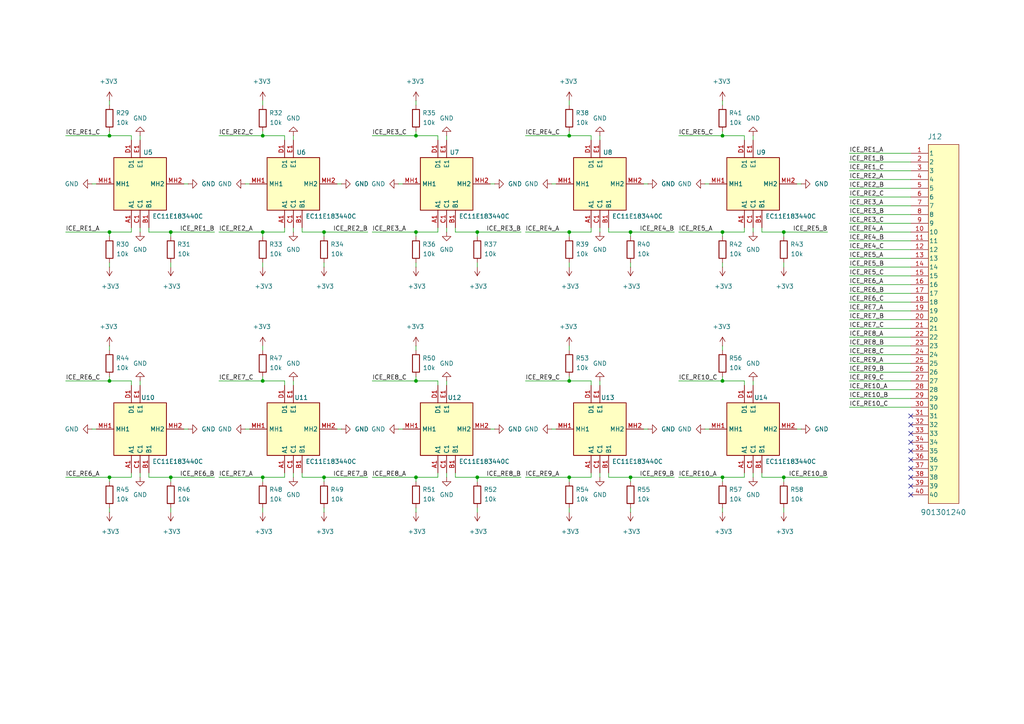
<source format=kicad_sch>
(kicad_sch (version 20250114) (generator "eeschema") (generator_version "9.0")
  (paper "A4")
  (junction (at 165.1 138.43))
  (junction (at 49.53 138.43))
  (junction (at 120.65 138.43))
  (junction (at 93.98 67.31))
  (junction (at 182.88 138.43))
  (junction (at 209.55 67.31))
  (junction (at 120.65 39.37))
  (junction (at 165.1 67.31))
  (junction (at 120.65 67.31))
  (junction (at 138.43 138.43))
  (junction (at 227.33 67.31))
  (junction (at 76.2 39.37))
  (junction (at 165.1 39.37))
  (junction (at 182.88 67.31))
  (junction (at 76.2 110.49))
  (junction (at 76.2 67.31))
  (junction (at 49.53 67.31))
  (junction (at 31.75 67.31))
  (junction (at 227.33 138.43))
  (junction (at 209.55 138.43))
  (junction (at 31.75 110.49))
  (junction (at 138.43 67.31))
  (junction (at 31.75 39.37))
  (junction (at 31.75 138.43))
  (junction (at 120.65 110.49))
  (junction (at 209.55 110.49))
  (junction (at 93.98 138.43))
  (junction (at 165.1 110.49))
  (junction (at 209.55 39.37))
  (junction (at 76.2 138.43))
  (no_connect (at 264.16 123.19))
  (no_connect (at 264.16 120.65))
  (no_connect (at 264.16 128.27))
  (no_connect (at 264.16 135.89))
  (no_connect (at 264.16 143.51))
  (no_connect (at 264.16 140.97))
  (no_connect (at 264.16 125.73))
  (no_connect (at 264.16 133.35))
  (no_connect (at 264.16 130.81))
  (no_connect (at 264.16 138.43))
  (wire (pts (xy 120.65 67.31) (xy 120.65 68.58)))
  (wire (pts (xy 246.38 102.87) (xy 264.16 102.87)))
  (wire (pts (xy 38.1 39.37) (xy 38.1 40.64)))
  (wire (pts (xy 49.53 76.2) (xy 49.53 77.47)))
  (wire (pts (xy 85.09 137.16) (xy 85.09 138.43)))
  (wire (pts (xy 204.47 124.46) (xy 205.74 124.46)))
  (wire (pts (xy 220.98 67.31) (xy 227.33 67.31)))
  (wire (pts (xy 209.55 67.31) (xy 209.55 68.58)))
  (wire (pts (xy 76.2 100.33) (xy 76.2 101.6)))
  (wire (pts (xy 120.65 147.32) (xy 120.65 148.59)))
  (wire (pts (xy 31.75 110.49) (xy 31.75 109.22)))
  (wire (pts (xy 76.2 76.2) (xy 76.2 77.47)))
  (wire (pts (xy 132.08 66.04) (xy 132.08 67.31)))
  (wire (pts (xy 227.33 67.31) (xy 240.03 67.31)))
  (wire (pts (xy 38.1 110.49) (xy 38.1 111.76)))
  (wire (pts (xy 165.1 39.37) (xy 171.45 39.37)))
  (wire (pts (xy 76.2 39.37) (xy 82.55 39.37)))
  (wire (pts (xy 246.38 62.23) (xy 264.16 62.23)))
  (wire (pts (xy 165.1 110.49) (xy 165.1 109.22)))
  (wire (pts (xy 218.44 110.49) (xy 218.44 111.76)))
  (wire (pts (xy 38.1 137.16) (xy 38.1 138.43)))
  (wire (pts (xy 43.18 137.16) (xy 43.18 138.43)))
  (wire (pts (xy 127 39.37) (xy 127 40.64)))
  (wire (pts (xy 246.38 64.77) (xy 264.16 64.77)))
  (wire (pts (xy 132.08 67.31) (xy 138.43 67.31)))
  (wire (pts (xy 31.75 67.31) (xy 38.1 67.31)))
  (wire (pts (xy 209.55 138.43) (xy 215.9 138.43)))
  (wire (pts (xy 115.57 53.34) (xy 116.84 53.34)))
  (wire (pts (xy 165.1 110.49) (xy 171.45 110.49)))
  (wire (pts (xy 107.95 110.49) (xy 120.65 110.49)))
  (wire (pts (xy 63.5 39.37) (xy 76.2 39.37)))
  (wire (pts (xy 120.65 29.21) (xy 120.65 30.48)))
  (wire (pts (xy 19.05 39.37) (xy 31.75 39.37)))
  (wire (pts (xy 87.63 66.04) (xy 87.63 67.31)))
  (wire (pts (xy 160.02 53.34) (xy 161.29 53.34)))
  (wire (pts (xy 49.53 67.31) (xy 62.23 67.31)))
  (wire (pts (xy 31.75 138.43) (xy 31.75 139.7)))
  (wire (pts (xy 220.98 138.43) (xy 227.33 138.43)))
  (wire (pts (xy 182.88 138.43) (xy 182.88 139.7)))
  (wire (pts (xy 231.14 124.46) (xy 232.41 124.46)))
  (wire (pts (xy 246.38 46.99) (xy 264.16 46.99)))
  (wire (pts (xy 120.65 110.49) (xy 120.65 109.22)))
  (wire (pts (xy 246.38 118.11) (xy 264.16 118.11)))
  (wire (pts (xy 120.65 39.37) (xy 120.65 38.1)))
  (wire (pts (xy 246.38 90.17) (xy 264.16 90.17)))
  (wire (pts (xy 165.1 147.32) (xy 165.1 148.59)))
  (wire (pts (xy 19.05 110.49) (xy 31.75 110.49)))
  (wire (pts (xy 129.54 110.49) (xy 129.54 111.76)))
  (wire (pts (xy 120.65 76.2) (xy 120.65 77.47)))
  (wire (pts (xy 218.44 137.16) (xy 218.44 138.43)))
  (wire (pts (xy 129.54 39.37) (xy 129.54 40.64)))
  (wire (pts (xy 227.33 76.2) (xy 227.33 77.47)))
  (wire (pts (xy 87.63 67.31) (xy 93.98 67.31)))
  (wire (pts (xy 186.69 53.34) (xy 187.96 53.34)))
  (wire (pts (xy 176.53 137.16) (xy 176.53 138.43)))
  (wire (pts (xy 173.99 39.37) (xy 173.99 40.64)))
  (wire (pts (xy 53.34 124.46) (xy 54.61 124.46)))
  (wire (pts (xy 107.95 39.37) (xy 120.65 39.37)))
  (wire (pts (xy 43.18 67.31) (xy 49.53 67.31)))
  (wire (pts (xy 93.98 147.32) (xy 93.98 148.59)))
  (wire (pts (xy 246.38 80.01) (xy 264.16 80.01)))
  (wire (pts (xy 196.85 67.31) (xy 209.55 67.31)))
  (wire (pts (xy 63.5 138.43) (xy 76.2 138.43)))
  (wire (pts (xy 120.65 138.43) (xy 127 138.43)))
  (wire (pts (xy 171.45 66.04) (xy 171.45 67.31)))
  (wire (pts (xy 31.75 147.32) (xy 31.75 148.59)))
  (wire (pts (xy 76.2 138.43) (xy 76.2 139.7)))
  (wire (pts (xy 246.38 113.03) (xy 264.16 113.03)))
  (wire (pts (xy 186.69 124.46) (xy 187.96 124.46)))
  (wire (pts (xy 209.55 110.49) (xy 215.9 110.49)))
  (wire (pts (xy 76.2 110.49) (xy 82.55 110.49)))
  (wire (pts (xy 215.9 66.04) (xy 215.9 67.31)))
  (wire (pts (xy 31.75 138.43) (xy 38.1 138.43)))
  (wire (pts (xy 209.55 138.43) (xy 209.55 139.7)))
  (wire (pts (xy 71.12 124.46) (xy 72.39 124.46)))
  (wire (pts (xy 53.34 53.34) (xy 54.61 53.34)))
  (wire (pts (xy 31.75 29.21) (xy 31.75 30.48)))
  (wire (pts (xy 182.88 67.31) (xy 182.88 68.58)))
  (wire (pts (xy 138.43 76.2) (xy 138.43 77.47)))
  (wire (pts (xy 19.05 67.31) (xy 31.75 67.31)))
  (wire (pts (xy 82.55 137.16) (xy 82.55 138.43)))
  (wire (pts (xy 19.05 138.43) (xy 31.75 138.43)))
  (wire (pts (xy 93.98 138.43) (xy 93.98 139.7)))
  (wire (pts (xy 31.75 39.37) (xy 38.1 39.37)))
  (wire (pts (xy 93.98 138.43) (xy 106.68 138.43)))
  (wire (pts (xy 97.79 53.34) (xy 99.06 53.34)))
  (wire (pts (xy 246.38 92.71) (xy 264.16 92.71)))
  (wire (pts (xy 107.95 138.43) (xy 120.65 138.43)))
  (wire (pts (xy 173.99 110.49) (xy 173.99 111.76)))
  (wire (pts (xy 76.2 67.31) (xy 82.55 67.31)))
  (wire (pts (xy 246.38 59.69) (xy 264.16 59.69)))
  (wire (pts (xy 218.44 39.37) (xy 218.44 40.64)))
  (wire (pts (xy 220.98 66.04) (xy 220.98 67.31)))
  (wire (pts (xy 129.54 66.04) (xy 129.54 67.31)))
  (wire (pts (xy 138.43 67.31) (xy 138.43 68.58)))
  (wire (pts (xy 209.55 76.2) (xy 209.55 77.47)))
  (wire (pts (xy 246.38 85.09) (xy 264.16 85.09)))
  (wire (pts (xy 138.43 138.43) (xy 138.43 139.7)))
  (wire (pts (xy 76.2 138.43) (xy 82.55 138.43)))
  (wire (pts (xy 165.1 76.2) (xy 165.1 77.47)))
  (wire (pts (xy 246.38 87.63) (xy 264.16 87.63)))
  (wire (pts (xy 209.55 100.33) (xy 209.55 101.6)))
  (wire (pts (xy 246.38 82.55) (xy 264.16 82.55)))
  (wire (pts (xy 87.63 138.43) (xy 93.98 138.43)))
  (wire (pts (xy 204.47 53.34) (xy 205.74 53.34)))
  (wire (pts (xy 246.38 97.79) (xy 264.16 97.79)))
  (wire (pts (xy 182.88 67.31) (xy 195.58 67.31)))
  (wire (pts (xy 218.44 66.04) (xy 218.44 67.31)))
  (wire (pts (xy 176.53 67.31) (xy 182.88 67.31)))
  (wire (pts (xy 138.43 67.31) (xy 151.13 67.31)))
  (wire (pts (xy 127 137.16) (xy 127 138.43)))
  (wire (pts (xy 246.38 49.53) (xy 264.16 49.53)))
  (wire (pts (xy 31.75 39.37) (xy 31.75 38.1)))
  (wire (pts (xy 142.24 124.46) (xy 143.51 124.46)))
  (wire (pts (xy 107.95 67.31) (xy 120.65 67.31)))
  (wire (pts (xy 138.43 147.32) (xy 138.43 148.59)))
  (wire (pts (xy 227.33 67.31) (xy 227.33 68.58)))
  (wire (pts (xy 215.9 110.49) (xy 215.9 111.76)))
  (wire (pts (xy 160.02 124.46) (xy 161.29 124.46)))
  (wire (pts (xy 227.33 147.32) (xy 227.33 148.59)))
  (wire (pts (xy 120.65 110.49) (xy 127 110.49)))
  (wire (pts (xy 129.54 137.16) (xy 129.54 138.43)))
  (wire (pts (xy 165.1 67.31) (xy 171.45 67.31)))
  (wire (pts (xy 246.38 54.61) (xy 264.16 54.61)))
  (wire (pts (xy 227.33 138.43) (xy 227.33 139.7)))
  (wire (pts (xy 82.55 110.49) (xy 82.55 111.76)))
  (wire (pts (xy 196.85 39.37) (xy 209.55 39.37)))
  (wire (pts (xy 120.65 138.43) (xy 120.65 139.7)))
  (wire (pts (xy 76.2 67.31) (xy 76.2 68.58)))
  (wire (pts (xy 120.65 39.37) (xy 127 39.37)))
  (wire (pts (xy 176.53 138.43) (xy 182.88 138.43)))
  (wire (pts (xy 152.4 110.49) (xy 165.1 110.49)))
  (wire (pts (xy 171.45 110.49) (xy 171.45 111.76)))
  (wire (pts (xy 63.5 110.49) (xy 76.2 110.49)))
  (wire (pts (xy 127 66.04) (xy 127 67.31)))
  (wire (pts (xy 152.4 67.31) (xy 165.1 67.31)))
  (wire (pts (xy 246.38 77.47) (xy 264.16 77.47)))
  (wire (pts (xy 138.43 138.43) (xy 151.13 138.43)))
  (wire (pts (xy 220.98 137.16) (xy 220.98 138.43)))
  (wire (pts (xy 152.4 39.37) (xy 165.1 39.37)))
  (wire (pts (xy 31.75 76.2) (xy 31.75 77.47)))
  (wire (pts (xy 209.55 67.31) (xy 215.9 67.31)))
  (wire (pts (xy 165.1 138.43) (xy 171.45 138.43)))
  (wire (pts (xy 165.1 138.43) (xy 165.1 139.7)))
  (wire (pts (xy 76.2 29.21) (xy 76.2 30.48)))
  (wire (pts (xy 93.98 67.31) (xy 93.98 68.58)))
  (wire (pts (xy 115.57 124.46) (xy 116.84 124.46)))
  (wire (pts (xy 120.65 100.33) (xy 120.65 101.6)))
  (wire (pts (xy 209.55 39.37) (xy 215.9 39.37)))
  (wire (pts (xy 26.67 53.34) (xy 27.94 53.34)))
  (wire (pts (xy 215.9 39.37) (xy 215.9 40.64)))
  (wire (pts (xy 152.4 138.43) (xy 165.1 138.43)))
  (wire (pts (xy 171.45 137.16) (xy 171.45 138.43)))
  (wire (pts (xy 196.85 110.49) (xy 209.55 110.49)))
  (wire (pts (xy 63.5 67.31) (xy 76.2 67.31)))
  (wire (pts (xy 246.38 57.15) (xy 264.16 57.15)))
  (wire (pts (xy 246.38 110.49) (xy 264.16 110.49)))
  (wire (pts (xy 82.55 66.04) (xy 82.55 67.31)))
  (wire (pts (xy 40.64 39.37) (xy 40.64 40.64)))
  (wire (pts (xy 246.38 115.57) (xy 264.16 115.57)))
  (wire (pts (xy 176.53 66.04) (xy 176.53 67.31)))
  (wire (pts (xy 246.38 44.45) (xy 264.16 44.45)))
  (wire (pts (xy 171.45 39.37) (xy 171.45 40.64)))
  (wire (pts (xy 93.98 67.31) (xy 106.68 67.31)))
  (wire (pts (xy 209.55 29.21) (xy 209.55 30.48)))
  (wire (pts (xy 49.53 147.32) (xy 49.53 148.59)))
  (wire (pts (xy 93.98 76.2) (xy 93.98 77.47)))
  (wire (pts (xy 82.55 39.37) (xy 82.55 40.64)))
  (wire (pts (xy 173.99 66.04) (xy 173.99 67.31)))
  (wire (pts (xy 85.09 110.49) (xy 85.09 111.76)))
  (wire (pts (xy 40.64 110.49) (xy 40.64 111.76)))
  (wire (pts (xy 227.33 138.43) (xy 240.03 138.43)))
  (wire (pts (xy 182.88 138.43) (xy 195.58 138.43)))
  (wire (pts (xy 246.38 107.95) (xy 264.16 107.95)))
  (wire (pts (xy 182.88 147.32) (xy 182.88 148.59)))
  (wire (pts (xy 246.38 52.07) (xy 264.16 52.07)))
  (wire (pts (xy 165.1 29.21) (xy 165.1 30.48)))
  (wire (pts (xy 165.1 67.31) (xy 165.1 68.58)))
  (wire (pts (xy 31.75 110.49) (xy 38.1 110.49)))
  (wire (pts (xy 76.2 110.49) (xy 76.2 109.22)))
  (wire (pts (xy 49.53 67.31) (xy 49.53 68.58)))
  (wire (pts (xy 120.65 67.31) (xy 127 67.31)))
  (wire (pts (xy 31.75 100.33) (xy 31.75 101.6)))
  (wire (pts (xy 38.1 66.04) (xy 38.1 67.31)))
  (wire (pts (xy 246.38 95.25) (xy 264.16 95.25)))
  (wire (pts (xy 246.38 100.33) (xy 264.16 100.33)))
  (wire (pts (xy 71.12 53.34) (xy 72.39 53.34)))
  (wire (pts (xy 165.1 100.33) (xy 165.1 101.6)))
  (wire (pts (xy 196.85 138.43) (xy 209.55 138.43)))
  (wire (pts (xy 40.64 137.16) (xy 40.64 138.43)))
  (wire (pts (xy 246.38 72.39) (xy 264.16 72.39)))
  (wire (pts (xy 209.55 147.32) (xy 209.55 148.59)))
  (wire (pts (xy 49.53 138.43) (xy 62.23 138.43)))
  (wire (pts (xy 209.55 110.49) (xy 209.55 109.22)))
  (wire (pts (xy 85.09 66.04) (xy 85.09 67.31)))
  (wire (pts (xy 173.99 137.16) (xy 173.99 138.43)))
  (wire (pts (xy 231.14 53.34) (xy 232.41 53.34)))
  (wire (pts (xy 87.63 137.16) (xy 87.63 138.43)))
  (wire (pts (xy 43.18 66.04) (xy 43.18 67.31)))
  (wire (pts (xy 165.1 39.37) (xy 165.1 38.1)))
  (wire (pts (xy 246.38 69.85) (xy 264.16 69.85)))
  (wire (pts (xy 246.38 67.31) (xy 264.16 67.31)))
  (wire (pts (xy 85.09 39.37) (xy 85.09 40.64)))
  (wire (pts (xy 97.79 124.46) (xy 99.06 124.46)))
  (wire (pts (xy 209.55 39.37) (xy 209.55 38.1)))
  (wire (pts (xy 26.67 124.46) (xy 27.94 124.46)))
  (wire (pts (xy 142.24 53.34) (xy 143.51 53.34)))
  (wire (pts (xy 246.38 74.93) (xy 264.16 74.93)))
  (wire (pts (xy 127 110.49) (xy 127 111.76)))
  (wire (pts (xy 76.2 147.32) (xy 76.2 148.59)))
  (wire (pts (xy 132.08 137.16) (xy 132.08 138.43)))
  (wire (pts (xy 182.88 76.2) (xy 182.88 77.47)))
  (wire (pts (xy 31.75 67.31) (xy 31.75 68.58)))
  (wire (pts (xy 49.53 138.43) (xy 49.53 139.7)))
  (wire (pts (xy 43.18 138.43) (xy 49.53 138.43)))
  (wire (pts (xy 132.08 138.43) (xy 138.43 138.43)))
  (wire (pts (xy 76.2 39.37) (xy 76.2 38.1)))
  (wire (pts (xy 40.64 66.04) (xy 40.64 67.31)))
  (wire (pts (xy 246.38 105.41) (xy 264.16 105.41)))
  (wire (pts (xy 215.9 137.16) (xy 215.9 138.43)))
  (label "ICE_RE1_C" (at 19.05 39.37 0))
  (label "ICE_RE3_B" (at 151.13 67.31 180))
  (label "ICE_RE3_C" (at 246.38 64.77 0))
  (label "ICE_RE2_B" (at 106.68 67.31 180))
  (label "ICE_RE10_B" (at 246.38 115.57 0))
  (label "ICE_RE7_B" (at 106.68 138.43 180))
  (label "ICE_RE9_C" (at 152.4 110.49 0))
  (label "ICE_RE6_B" (at 62.23 138.43 180))
  (label "ICE_RE2_A" (at 246.38 52.07 0))
  (label "ICE_RE2_A" (at 63.5 67.31 0))
  (label "ICE_RE7_B" (at 246.38 92.71 0))
  (label "ICE_RE10_A" (at 246.38 113.03 0))
  (label "ICE_RE1_B" (at 62.23 67.31 180))
  (label "ICE_RE7_C" (at 63.5 110.49 0))
  (label "ICE_RE8_C" (at 246.38 102.87 0))
  (label "ICE_RE8_A" (at 107.95 138.43 0))
  (label "ICE_RE4_C" (at 152.4 39.37 0))
  (label "ICE_RE6_A" (at 246.38 82.55 0))
  (label "ICE_RE6_C" (at 246.38 87.63 0))
  (label "ICE_RE8_C" (at 107.95 110.49 0))
  (label "ICE_RE1_C" (at 246.38 49.53 0))
  (label "ICE_RE7_C" (at 246.38 95.25 0))
  (label "ICE_RE1_A" (at 19.05 67.31 0))
  (label "ICE_RE6_A" (at 19.05 138.43 0))
  (label "ICE_RE4_A" (at 246.38 67.31 0))
  (label "ICE_RE9_A" (at 152.4 138.43 0))
  (label "ICE_RE3_C" (at 107.95 39.37 0))
  (label "ICE_RE7_A" (at 246.38 90.17 0))
  (label "ICE_RE8_A" (at 246.38 97.79 0))
  (label "ICE_RE10_C" (at 246.38 118.11 0))
  (label "ICE_RE10_B" (at 240.03 138.43 180))
  (label "ICE_RE10_A" (at 196.85 138.43 0))
  (label "ICE_RE5_A" (at 196.85 67.31 0))
  (label "ICE_RE7_A" (at 63.5 138.43 0))
  (label "ICE_RE1_B" (at 246.38 46.99 0))
  (label "ICE_RE8_B" (at 151.13 138.43 180))
  (label "ICE_RE1_A" (at 246.38 44.45 0))
  (label "ICE_RE9_C" (at 246.38 110.49 0))
  (label "ICE_RE4_B" (at 246.38 69.85 0))
  (label "ICE_RE5_B" (at 240.03 67.31 180))
  (label "ICE_RE5_C" (at 246.38 80.01 0))
  (label "ICE_RE6_B" (at 246.38 85.09 0))
  (label "ICE_RE2_B" (at 246.38 54.61 0))
  (label "ICE_RE9_A" (at 246.38 105.41 0))
  (label "ICE_RE5_B" (at 246.38 77.47 0))
  (label "ICE_RE2_C" (at 246.38 57.15 0))
  (label "ICE_RE4_C" (at 246.38 72.39 0))
  (label "ICE_RE3_B" (at 246.38 62.23 0))
  (label "ICE_RE3_A" (at 107.95 67.31 0))
  (label "ICE_RE5_C" (at 196.85 39.37 0))
  (label "ICE_RE10_C" (at 196.85 110.49 0))
  (label "ICE_RE9_B" (at 195.58 138.43 180))
  (label "ICE_RE5_A" (at 246.38 74.93 0))
  (label "ICE_RE6_C" (at 19.05 110.49 0))
  (label "ICE_RE9_B" (at 246.38 107.95 0))
  (label "ICE_RE3_A" (at 246.38 59.69 0))
  (label "ICE_RE8_B" (at 246.38 100.33 0))
  (label "ICE_RE4_A" (at 152.4 67.31 0))
  (label "ICE_RE2_C" (at 63.5 39.37 0))
  (label "ICE_RE4_B" (at 195.58 67.31 180))
  (symbol (lib_id "Device:R") (at 182.88 72.39 0) (unit 1)
    (property "Reference" "R40" (at 186.69 70.866 0))
    (property "Value" "10k" (at 186.69 73.66 0))
    (property "Footprint" "Resistor_SMD:R_0603_1608Metric_Pad0.98x0.95mm_HandSolder" (effects (hide yes)))
    (property "Description" "Resistor" (effects (hide yes)))
  )
  (symbol (lib_id "power:GND") (at 85.09 67.31 0) (unit 1)
    (property "Reference" "#PWR089" (effects (hide yes)))
    (property "Value" "GND" (at 85.09 72.39 0))
    (property "Description" "Power symbol creates a global label with name \"GND\" , ground" (effects (hide yes)))
  )
  (symbol (lib_id "Device:R") (at 165.1 34.29 0) (unit 1)
    (property "Reference" "R38" (at 168.91 32.766 0))
    (property "Value" "10k" (at 168.91 35.56 0))
    (property "Footprint" "Resistor_SMD:R_0603_1608Metric_Pad0.98x0.95mm_HandSolder" (effects (hide yes)))
    (property "Description" "Resistor" (effects (hide yes)))
  )
  (symbol (lib_id "Custom:EC11E183440C") (at 77.47 45.72 0) (unit 1)
    (property "Reference" "U6" (at 87.376 44.196 0))
    (property "Value" "EC11E183440C" (at 96.012 62.738 0))
    (property "Footprint" "Custom:EC11E183440C" (effects (hide yes)))
    (property "Datasheet" "https://www.mouser.ph/ProductDetail/Alps-Alpine/EC11E183440C?qs=YMSFtX0bdJC6PoDF7K4k%252Bg%3D%3D&srsltid=AfmBOorYrkkp3Lq41sMR4Ore76Jybh9sQ54N4UvAk2-drs_YEgE8YIKb" (effects (hide yes)))
    (property "Description" "Alps 18 Pulse Incremental Mechanical Rotary Encoder with a 6 mm Flat Shaft (Not Indexed), Through Hole" (effects (hide yes)))
    (property "Height" "24.5" (effects (hide yes)))
    (property "Manufacturer_Name" "ALPS Electric" (effects (hide yes)))
    (property "Manufacturer_Part_Number" "EC11E183440C" (effects (hide yes)))
    (property "Mouser Part Number" "688-EC11E183440C" (effects (hide yes)))
    (property "Mouser Price/Stock" "https://www.mouser.co.uk/ProductDetail/Alps-Alpine/EC11E183440C?qs=YMSFtX0bdJC6PoDF7K4k%252Bg%3D%3D" (effects (hide yes)))
  )
  (symbol (lib_id "power:GND") (at 99.06 53.34 90) (unit 1)
    (property "Reference" "#PWR091" (effects (hide yes)))
    (property "Value" "GND" (at 102.87 53.3399 90) (effects (justify right)))
    (property "Description" "Power symbol creates a global label with name \"GND\" , ground" (effects (hide yes)))
  )
  (symbol (lib_id "power:GND") (at 232.41 124.46 90) (unit 1)
    (property "Reference" "#PWR0147" (effects (hide yes)))
    (property "Value" "GND" (at 236.22 124.4599 90) (effects (justify right)))
    (property "Description" "Power symbol creates a global label with name \"GND\" , ground" (effects (hide yes)))
  )
  (symbol (lib_id "power:GND") (at 26.67 53.34 270) (unit 1)
    (property "Reference" "#PWR071" (effects (hide yes)))
    (property "Value" "GND" (at 22.86 53.3399 90) (effects (justify right)))
    (property "Description" "Power symbol creates a global label with name \"GND\" , ground" (effects (hide yes)))
  )
  (symbol (lib_id "Device:R") (at 138.43 72.39 0) (unit 1)
    (property "Reference" "R37" (at 142.24 70.866 0))
    (property "Value" "10k" (at 142.24 73.66 0))
    (property "Footprint" "Resistor_SMD:R_0603_1608Metric_Pad0.98x0.95mm_HandSolder" (effects (hide yes)))
    (property "Description" "Resistor" (effects (hide yes)))
  )
  (symbol (lib_id "power:GND") (at 218.44 138.43 0) (unit 1)
    (property "Reference" "#PWR0145" (effects (hide yes)))
    (property "Value" "GND" (at 218.44 143.51 0))
    (property "Description" "Power symbol creates a global label with name \"GND\" , ground" (effects (hide yes)))
  )
  (symbol (lib_id "Device:R") (at 76.2 143.51 0) (unit 1)
    (property "Reference" "R48" (at 80.01 141.986 0))
    (property "Value" "10k" (at 80.01 144.78 0))
    (property "Footprint" "Resistor_SMD:R_0603_1608Metric_Pad0.98x0.95mm_HandSolder" (effects (hide yes)))
    (property "Description" "Resistor" (effects (hide yes)))
  )
  (symbol (lib_id "power:GND") (at 173.99 138.43 0) (unit 1)
    (property "Reference" "#PWR0138" (effects (hide yes)))
    (property "Value" "GND" (at 173.99 143.51 0))
    (property "Description" "Power symbol creates a global label with name \"GND\" , ground" (effects (hide yes)))
  )
  (symbol (lib_id "power:+5V") (at 31.75 77.47 180) (unit 1)
    (property "Reference" "#PWR073" (effects (hide yes)))
    (property "Value" "+3V3" (at 32.004 83.058 0))
    (property "Description" "Power symbol creates a global label with name \"+5V\"" (effects (hide yes)))
  )
  (symbol (lib_id "Device:R") (at 31.75 34.29 0) (unit 1)
    (property "Reference" "R29" (at 35.56 32.766 0))
    (property "Value" "10k" (at 35.56 35.56 0))
    (property "Footprint" "Resistor_SMD:R_0603_1608Metric_Pad0.98x0.95mm_HandSolder" (effects (hide yes)))
    (property "Description" "Resistor" (effects (hide yes)))
  )
  (symbol (lib_id "power:GND") (at 40.64 110.49 180) (unit 1)
    (property "Reference" "#PWR0116" (effects (hide yes)))
    (property "Value" "GND" (at 40.64 105.41 0))
    (property "Description" "Power symbol creates a global label with name \"GND\" , ground" (effects (hide yes)))
  )
  (symbol (lib_id "power:+5V") (at 209.55 29.21 0) (unit 1)
    (property "Reference" "#PWR0107" (effects (hide yes)))
    (property "Value" "+3V3" (at 209.296 23.622 0))
    (property "Description" "Power symbol creates a global label with name \"+5V\"" (effects (hide yes)))
  )
  (symbol (lib_id "power:+5V") (at 182.88 148.59 180) (unit 1)
    (property "Reference" "#PWR0139" (effects (hide yes)))
    (property "Value" "+3V3" (at 183.134 154.178 0))
    (property "Description" "Power symbol creates a global label with name \"+5V\"" (effects (hide yes)))
  )
  (symbol (lib_id "Device:R") (at 93.98 72.39 0) (unit 1)
    (property "Reference" "R34" (at 97.79 70.866 0))
    (property "Value" "10k" (at 97.79 73.66 0))
    (property "Footprint" "Resistor_SMD:R_0603_1608Metric_Pad0.98x0.95mm_HandSolder" (effects (hide yes)))
    (property "Description" "Resistor" (effects (hide yes)))
  )
  (symbol (lib_id "power:+5V") (at 76.2 77.47 180) (unit 1)
    (property "Reference" "#PWR077" (effects (hide yes)))
    (property "Value" "+3V3" (at 76.454 83.058 0))
    (property "Description" "Power symbol creates a global label with name \"+5V\"" (effects (hide yes)))
  )
  (symbol (lib_id "power:+5V") (at 209.55 148.59 180) (unit 1)
    (property "Reference" "#PWR0143" (effects (hide yes)))
    (property "Value" "+3V3" (at 209.804 154.178 0))
    (property "Description" "Power symbol creates a global label with name \"+5V\"" (effects (hide yes)))
  )
  (symbol (lib_id "Device:R") (at 93.98 143.51 0) (unit 1)
    (property "Reference" "R49" (at 97.79 141.986 0))
    (property "Value" "10k" (at 97.79 144.78 0))
    (property "Footprint" "Resistor_SMD:R_0603_1608Metric_Pad0.98x0.95mm_HandSolder" (effects (hide yes)))
    (property "Description" "Resistor" (effects (hide yes)))
  )
  (symbol (lib_id "Custom:901301240") (at 269.24 41.91 0) (unit 1)
    (property "Reference" "J12" (at 268.986 39.624 0) (effects (font (size 1.524 1.524)) (justify left)))
    (property "Value" "901301240" (at 266.954 148.59 0) (effects (font (size 1.524 1.524)) (justify left)))
    (property "Footprint" "Custom:901301240" (effects (hide yes)))
    (property "Datasheet" "https://www.molex.com/en-us/products/part-detail-pdf/901301240?display=pdf" (effects (hide yes)))
  )
  (symbol (lib_id "power:GND") (at 71.12 53.34 270) (unit 1)
    (property "Reference" "#PWR075" (effects (hide yes)))
    (property "Value" "GND" (at 67.31 53.3399 90) (effects (justify right)))
    (property "Description" "Power symbol creates a global label with name \"GND\" , ground" (effects (hide yes)))
  )
  (symbol (lib_id "Device:R") (at 227.33 72.39 0) (unit 1)
    (property "Reference" "R43" (at 231.14 70.866 0))
    (property "Value" "10k" (at 231.14 73.66 0))
    (property "Footprint" "Resistor_SMD:R_0603_1608Metric_Pad0.98x0.95mm_HandSolder" (effects (hide yes)))
    (property "Description" "Resistor" (effects (hide yes)))
  )
  (symbol (lib_id "power:+5V") (at 93.98 77.47 180) (unit 1)
    (property "Reference" "#PWR090" (effects (hide yes)))
    (property "Value" "+3V3" (at 94.234 83.058 0))
    (property "Description" "Power symbol creates a global label with name \"+5V\"" (effects (hide yes)))
  )
  (symbol (lib_id "power:GND") (at 129.54 67.31 0) (unit 1)
    (property "Reference" "#PWR096" (effects (hide yes)))
    (property "Value" "GND" (at 129.54 72.39 0))
    (property "Description" "Power symbol creates a global label with name \"GND\" , ground" (effects (hide yes)))
  )
  (symbol (lib_id "power:+5V") (at 209.55 100.33 0) (unit 1)
    (property "Reference" "#PWR0142" (effects (hide yes)))
    (property "Value" "+3V3" (at 209.296 94.742 0))
    (property "Description" "Power symbol creates a global label with name \"+5V\"" (effects (hide yes)))
  )
  (symbol (lib_id "Device:R") (at 31.75 143.51 0) (unit 1)
    (property "Reference" "R45" (at 35.56 141.986 0))
    (property "Value" "10k" (at 35.56 144.78 0))
    (property "Footprint" "Resistor_SMD:R_0603_1608Metric_Pad0.98x0.95mm_HandSolder" (effects (hide yes)))
    (property "Description" "Resistor" (effects (hide yes)))
  )
  (symbol (lib_id "Device:R") (at 227.33 143.51 0) (unit 1)
    (property "Reference" "R58" (at 231.14 141.986 0))
    (property "Value" "10k" (at 231.14 144.78 0))
    (property "Footprint" "Resistor_SMD:R_0603_1608Metric_Pad0.98x0.95mm_HandSolder" (effects (hide yes)))
    (property "Description" "Resistor" (effects (hide yes)))
  )
  (symbol (lib_id "power:GND") (at 85.09 39.37 180) (unit 1)
    (property "Reference" "#PWR078" (effects (hide yes)))
    (property "Value" "GND" (at 85.09 34.29 0))
    (property "Description" "Power symbol creates a global label with name \"GND\" , ground" (effects (hide yes)))
  )
  (symbol (lib_id "Custom:EC11E183440C") (at 210.82 45.72 0) (unit 1)
    (property "Reference" "U9" (at 220.726 44.196 0))
    (property "Value" "EC11E183440C" (at 229.362 62.738 0))
    (property "Footprint" "Custom:EC11E183440C" (effects (hide yes)))
    (property "Datasheet" "https://www.mouser.ph/ProductDetail/Alps-Alpine/EC11E183440C?qs=YMSFtX0bdJC6PoDF7K4k%252Bg%3D%3D&srsltid=AfmBOorYrkkp3Lq41sMR4Ore76Jybh9sQ54N4UvAk2-drs_YEgE8YIKb" (effects (hide yes)))
    (property "Description" "Alps 18 Pulse Incremental Mechanical Rotary Encoder with a 6 mm Flat Shaft (Not Indexed), Through Hole" (effects (hide yes)))
    (property "Height" "24.5" (effects (hide yes)))
    (property "Manufacturer_Name" "ALPS Electric" (effects (hide yes)))
    (property "Manufacturer_Part_Number" "EC11E183440C" (effects (hide yes)))
    (property "Mouser Part Number" "688-EC11E183440C" (effects (hide yes)))
    (property "Mouser Price/Stock" "https://www.mouser.co.uk/ProductDetail/Alps-Alpine/EC11E183440C?qs=YMSFtX0bdJC6PoDF7K4k%252Bg%3D%3D" (effects (hide yes)))
  )
  (symbol (lib_id "power:+5V") (at 76.2 100.33 0) (unit 1)
    (property "Reference" "#PWR0121" (effects (hide yes)))
    (property "Value" "+3V3" (at 75.946 94.742 0))
    (property "Description" "Power symbol creates a global label with name \"+5V\"" (effects (hide yes)))
  )
  (symbol (lib_id "power:GND") (at 143.51 53.34 90) (unit 1)
    (property "Reference" "#PWR098" (effects (hide yes)))
    (property "Value" "GND" (at 147.32 53.3399 90) (effects (justify right)))
    (property "Description" "Power symbol creates a global label with name \"GND\" , ground" (effects (hide yes)))
  )
  (symbol (lib_id "power:GND") (at 232.41 53.34 90) (unit 1)
    (property "Reference" "#PWR0112" (effects (hide yes)))
    (property "Value" "GND" (at 236.22 53.3399 90) (effects (justify right)))
    (property "Description" "Power symbol creates a global label with name \"GND\" , ground" (effects (hide yes)))
  )
  (symbol (lib_id "power:GND") (at 129.54 110.49 180) (unit 1)
    (property "Reference" "#PWR0130" (effects (hide yes)))
    (property "Value" "GND" (at 129.54 105.41 0))
    (property "Description" "Power symbol creates a global label with name \"GND\" , ground" (effects (hide yes)))
  )
  (symbol (lib_id "power:+5V") (at 138.43 77.47 180) (unit 1)
    (property "Reference" "#PWR097" (effects (hide yes)))
    (property "Value" "+3V3" (at 138.684 83.058 0))
    (property "Description" "Power symbol creates a global label with name \"+5V\"" (effects (hide yes)))
  )
  (symbol (lib_id "power:GND") (at 173.99 39.37 180) (unit 1)
    (property "Reference" "#PWR0102" (effects (hide yes)))
    (property "Value" "GND" (at 173.99 34.29 0))
    (property "Description" "Power symbol creates a global label with name \"GND\" , ground" (effects (hide yes)))
  )
  (symbol (lib_id "Device:R") (at 76.2 105.41 0) (unit 1)
    (property "Reference" "R47" (at 80.01 103.886 0))
    (property "Value" "10k" (at 80.01 106.68 0))
    (property "Footprint" "Resistor_SMD:R_0603_1608Metric_Pad0.98x0.95mm_HandSolder" (effects (hide yes)))
    (property "Description" "Resistor" (effects (hide yes)))
  )
  (symbol (lib_id "power:GND") (at 173.99 110.49 180) (unit 1)
    (property "Reference" "#PWR0137" (effects (hide yes)))
    (property "Value" "GND" (at 173.99 105.41 0))
    (property "Description" "Power symbol creates a global label with name \"GND\" , ground" (effects (hide yes)))
  )
  (symbol (lib_id "power:GND") (at 218.44 67.31 0) (unit 1)
    (property "Reference" "#PWR0110" (effects (hide yes)))
    (property "Value" "GND" (at 218.44 72.39 0))
    (property "Description" "Power symbol creates a global label with name \"GND\" , ground" (effects (hide yes)))
  )
  (symbol (lib_id "Custom:EC11E183440C") (at 77.47 116.84 0) (unit 1)
    (property "Reference" "U11" (at 87.376 115.316 0))
    (property "Value" "EC11E183440C" (at 96.012 133.858 0))
    (property "Footprint" "Custom:EC11E183440C" (effects (hide yes)))
    (property "Datasheet" "https://www.mouser.ph/ProductDetail/Alps-Alpine/EC11E183440C?qs=YMSFtX0bdJC6PoDF7K4k%252Bg%3D%3D&srsltid=AfmBOorYrkkp3Lq41sMR4Ore76Jybh9sQ54N4UvAk2-drs_YEgE8YIKb" (effects (hide yes)))
    (property "Description" "Alps 18 Pulse Incremental Mechanical Rotary Encoder with a 6 mm Flat Shaft (Not Indexed), Through Hole" (effects (hide yes)))
    (property "Height" "24.5" (effects (hide yes)))
    (property "Manufacturer_Name" "ALPS Electric" (effects (hide yes)))
    (property "Manufacturer_Part_Number" "EC11E183440C" (effects (hide yes)))
    (property "Mouser Part Number" "688-EC11E183440C" (effects (hide yes)))
    (property "Mouser Price/Stock" "https://www.mouser.co.uk/ProductDetail/Alps-Alpine/EC11E183440C?qs=YMSFtX0bdJC6PoDF7K4k%252Bg%3D%3D" (effects (hide yes)))
  )
  (symbol (lib_id "Custom:EC11E183440C") (at 33.02 45.72 0) (unit 1)
    (property "Reference" "U5" (at 42.926 44.196 0))
    (property "Value" "EC11E183440C" (at 51.562 62.738 0))
    (property "Footprint" "Custom:EC11E183440C" (effects (hide yes)))
    (property "Datasheet" "https://www.mouser.ph/ProductDetail/Alps-Alpine/EC11E183440C?qs=YMSFtX0bdJC6PoDF7K4k%252Bg%3D%3D&srsltid=AfmBOorYrkkp3Lq41sMR4Ore76Jybh9sQ54N4UvAk2-drs_YEgE8YIKb" (effects (hide yes)))
    (property "Description" "Alps 18 Pulse Incremental Mechanical Rotary Encoder with a 6 mm Flat Shaft (Not Indexed), Through Hole" (effects (hide yes)))
    (property "Height" "24.5" (effects (hide yes)))
    (property "Manufacturer_Name" "ALPS Electric" (effects (hide yes)))
    (property "Manufacturer_Part_Number" "EC11E183440C" (effects (hide yes)))
    (property "Mouser Part Number" "688-EC11E183440C" (effects (hide yes)))
    (property "Mouser Price/Stock" "https://www.mouser.co.uk/ProductDetail/Alps-Alpine/EC11E183440C?qs=YMSFtX0bdJC6PoDF7K4k%252Bg%3D%3D" (effects (hide yes)))
  )
  (symbol (lib_id "Custom:EC11E183440C") (at 33.02 116.84 0) (unit 1)
    (property "Reference" "U10" (at 42.926 115.316 0))
    (property "Value" "EC11E183440C" (at 51.562 133.858 0))
    (property "Footprint" "Custom:EC11E183440C" (effects (hide yes)))
    (property "Datasheet" "https://www.mouser.ph/ProductDetail/Alps-Alpine/EC11E183440C?qs=YMSFtX0bdJC6PoDF7K4k%252Bg%3D%3D&srsltid=AfmBOorYrkkp3Lq41sMR4Ore76Jybh9sQ54N4UvAk2-drs_YEgE8YIKb" (effects (hide yes)))
    (property "Description" "Alps 18 Pulse Incremental Mechanical Rotary Encoder with a 6 mm Flat Shaft (Not Indexed), Through Hole" (effects (hide yes)))
    (property "Height" "24.5" (effects (hide yes)))
    (property "Manufacturer_Name" "ALPS Electric" (effects (hide yes)))
    (property "Manufacturer_Part_Number" "EC11E183440C" (effects (hide yes)))
    (property "Mouser Part Number" "688-EC11E183440C" (effects (hide yes)))
    (property "Mouser Price/Stock" "https://www.mouser.co.uk/ProductDetail/Alps-Alpine/EC11E183440C?qs=YMSFtX0bdJC6PoDF7K4k%252Bg%3D%3D" (effects (hide yes)))
  )
  (symbol (lib_id "Device:R") (at 76.2 34.29 0) (unit 1)
    (property "Reference" "R32" (at 80.01 32.766 0))
    (property "Value" "10k" (at 80.01 35.56 0))
    (property "Footprint" "Resistor_SMD:R_0603_1608Metric_Pad0.98x0.95mm_HandSolder" (effects (hide yes)))
    (property "Description" "Resistor" (effects (hide yes)))
  )
  (symbol (lib_id "power:GND") (at 115.57 124.46 270) (unit 1)
    (property "Reference" "#PWR0127" (effects (hide yes)))
    (property "Value" "GND" (at 111.76 124.4599 90) (effects (justify right)))
    (property "Description" "Power symbol creates a global label with name \"GND\" , ground" (effects (hide yes)))
  )
  (symbol (lib_id "power:+5V") (at 165.1 77.47 180) (unit 1)
    (property "Reference" "#PWR0101" (effects (hide yes)))
    (property "Value" "+3V3" (at 165.354 83.058 0))
    (property "Description" "Power symbol creates a global label with name \"+5V\"" (effects (hide yes)))
  )
  (symbol (lib_id "power:+5V") (at 165.1 100.33 0) (unit 1)
    (property "Reference" "#PWR0135" (effects (hide yes)))
    (property "Value" "+3V3" (at 164.846 94.742 0))
    (property "Description" "Power symbol creates a global label with name \"+5V\"" (effects (hide yes)))
  )
  (symbol (lib_id "Custom:EC11E183440C") (at 210.82 116.84 0) (unit 1)
    (property "Reference" "U14" (at 220.726 115.316 0))
    (property "Value" "EC11E183440C" (at 229.362 133.858 0))
    (property "Footprint" "Custom:EC11E183440C" (effects (hide yes)))
    (property "Datasheet" "https://www.mouser.ph/ProductDetail/Alps-Alpine/EC11E183440C?qs=YMSFtX0bdJC6PoDF7K4k%252Bg%3D%3D&srsltid=AfmBOorYrkkp3Lq41sMR4Ore76Jybh9sQ54N4UvAk2-drs_YEgE8YIKb" (effects (hide yes)))
    (property "Description" "Alps 18 Pulse Incremental Mechanical Rotary Encoder with a 6 mm Flat Shaft (Not Indexed), Through Hole" (effects (hide yes)))
    (property "Height" "24.5" (effects (hide yes)))
    (property "Manufacturer_Name" "ALPS Electric" (effects (hide yes)))
    (property "Manufacturer_Part_Number" "EC11E183440C" (effects (hide yes)))
    (property "Mouser Part Number" "688-EC11E183440C" (effects (hide yes)))
    (property "Mouser Price/Stock" "https://www.mouser.co.uk/ProductDetail/Alps-Alpine/EC11E183440C?qs=YMSFtX0bdJC6PoDF7K4k%252Bg%3D%3D" (effects (hide yes)))
  )
  (symbol (lib_id "power:GND") (at 99.06 124.46 90) (unit 1)
    (property "Reference" "#PWR0126" (effects (hide yes)))
    (property "Value" "GND" (at 102.87 124.4599 90) (effects (justify right)))
    (property "Description" "Power symbol creates a global label with name \"GND\" , ground" (effects (hide yes)))
  )
  (symbol (lib_id "power:GND") (at 218.44 110.49 180) (unit 1)
    (property "Reference" "#PWR0144" (effects (hide yes)))
    (property "Value" "GND" (at 218.44 105.41 0))
    (property "Description" "Power symbol creates a global label with name \"GND\" , ground" (effects (hide yes)))
  )
  (symbol (lib_id "power:+5V") (at 93.98 148.59 180) (unit 1)
    (property "Reference" "#PWR0125" (effects (hide yes)))
    (property "Value" "+3V3" (at 94.234 154.178 0))
    (property "Description" "Power symbol creates a global label with name \"+5V\"" (effects (hide yes)))
  )
  (symbol (lib_id "Device:R") (at 165.1 143.51 0) (unit 1)
    (property "Reference" "R54" (at 168.91 141.986 0))
    (property "Value" "10k" (at 168.91 144.78 0))
    (property "Footprint" "Resistor_SMD:R_0603_1608Metric_Pad0.98x0.95mm_HandSolder" (effects (hide yes)))
    (property "Description" "Resistor" (effects (hide yes)))
  )
  (symbol (lib_id "Device:R") (at 209.55 143.51 0) (unit 1)
    (property "Reference" "R57" (at 213.36 141.986 0))
    (property "Value" "10k" (at 213.36 144.78 0))
    (property "Footprint" "Resistor_SMD:R_0603_1608Metric_Pad0.98x0.95mm_HandSolder" (effects (hide yes)))
    (property "Description" "Resistor" (effects (hide yes)))
  )
  (symbol (lib_id "Device:R") (at 31.75 72.39 0) (unit 1)
    (property "Reference" "R30" (at 35.56 70.866 0))
    (property "Value" "10k" (at 35.56 73.66 0))
    (property "Footprint" "Resistor_SMD:R_0603_1608Metric_Pad0.98x0.95mm_HandSolder" (effects (hide yes)))
    (property "Description" "Resistor" (effects (hide yes)))
  )
  (symbol (lib_id "power:GND") (at 173.99 67.31 0) (unit 1)
    (property "Reference" "#PWR0103" (effects (hide yes)))
    (property "Value" "GND" (at 173.99 72.39 0))
    (property "Description" "Power symbol creates a global label with name \"GND\" , ground" (effects (hide yes)))
  )
  (symbol (lib_id "Device:R") (at 31.75 105.41 0) (unit 1)
    (property "Reference" "R44" (at 35.56 103.886 0))
    (property "Value" "10k" (at 35.56 106.68 0))
    (property "Footprint" "Resistor_SMD:R_0603_1608Metric_Pad0.98x0.95mm_HandSolder" (effects (hide yes)))
    (property "Description" "Resistor" (effects (hide yes)))
  )
  (symbol (lib_id "power:+5V") (at 31.75 29.21 0) (unit 1)
    (property "Reference" "#PWR068" (effects (hide yes)))
    (property "Value" "+3V3" (at 31.496 23.622 0))
    (property "Description" "Power symbol creates a global label with name \"+5V\"" (effects (hide yes)))
  )
  (symbol (lib_id "power:GND") (at 85.09 138.43 0) (unit 1)
    (property "Reference" "#PWR0124" (effects (hide yes)))
    (property "Value" "GND" (at 85.09 143.51 0))
    (property "Description" "Power symbol creates a global label with name \"GND\" , ground" (effects (hide yes)))
  )
  (symbol (lib_id "power:GND") (at 204.47 53.34 270) (unit 1)
    (property "Reference" "#PWR0106" (effects (hide yes)))
    (property "Value" "GND" (at 200.66 53.3399 90) (effects (justify right)))
    (property "Description" "Power symbol creates a global label with name \"GND\" , ground" (effects (hide yes)))
  )
  (symbol (lib_id "Device:R") (at 120.65 143.51 0) (unit 1)
    (property "Reference" "R51" (at 124.46 141.986 0))
    (property "Value" "10k" (at 124.46 144.78 0))
    (property "Footprint" "Resistor_SMD:R_0603_1608Metric_Pad0.98x0.95mm_HandSolder" (effects (hide yes)))
    (property "Description" "Resistor" (effects (hide yes)))
  )
  (symbol (lib_id "Custom:EC11E183440C") (at 166.37 116.84 0) (unit 1)
    (property "Reference" "U13" (at 176.276 115.316 0))
    (property "Value" "EC11E183440C" (at 184.912 133.858 0))
    (property "Footprint" "Custom:EC11E183440C" (effects (hide yes)))
    (property "Datasheet" "https://www.mouser.ph/ProductDetail/Alps-Alpine/EC11E183440C?qs=YMSFtX0bdJC6PoDF7K4k%252Bg%3D%3D&srsltid=AfmBOorYrkkp3Lq41sMR4Ore76Jybh9sQ54N4UvAk2-drs_YEgE8YIKb" (effects (hide yes)))
    (property "Description" "Alps 18 Pulse Incremental Mechanical Rotary Encoder with a 6 mm Flat Shaft (Not Indexed), Through Hole" (effects (hide yes)))
    (property "Height" "24.5" (effects (hide yes)))
    (property "Manufacturer_Name" "ALPS Electric" (effects (hide yes)))
    (property "Manufacturer_Part_Number" "EC11E183440C" (effects (hide yes)))
    (property "Mouser Part Number" "688-EC11E183440C" (effects (hide yes)))
    (property "Mouser Price/Stock" "https://www.mouser.co.uk/ProductDetail/Alps-Alpine/EC11E183440C?qs=YMSFtX0bdJC6PoDF7K4k%252Bg%3D%3D" (effects (hide yes)))
  )
  (symbol (lib_id "power:GND") (at 218.44 39.37 180) (unit 1)
    (property "Reference" "#PWR0109" (effects (hide yes)))
    (property "Value" "GND" (at 218.44 34.29 0))
    (property "Description" "Power symbol creates a global label with name \"GND\" , ground" (effects (hide yes)))
  )
  (symbol (lib_id "power:+5V") (at 120.65 100.33 0) (unit 1)
    (property "Reference" "#PWR0128" (effects (hide yes)))
    (property "Value" "+3V3" (at 120.396 94.742 0))
    (property "Description" "Power symbol creates a global label with name \"+5V\"" (effects (hide yes)))
  )
  (symbol (lib_id "power:+5V") (at 31.75 100.33 0) (unit 1)
    (property "Reference" "#PWR0114" (effects (hide yes)))
    (property "Value" "+3V3" (at 31.496 94.742 0))
    (property "Description" "Power symbol creates a global label with name \"+5V\"" (effects (hide yes)))
  )
  (symbol (lib_id "power:+5V") (at 165.1 29.21 0) (unit 1)
    (property "Reference" "#PWR0100" (effects (hide yes)))
    (property "Value" "+3V3" (at 164.846 23.622 0))
    (property "Description" "Power symbol creates a global label with name \"+5V\"" (effects (hide yes)))
  )
  (symbol (lib_id "power:GND") (at 115.57 53.34 270) (unit 1)
    (property "Reference" "#PWR092" (effects (hide yes)))
    (property "Value" "GND" (at 111.76 53.3399 90) (effects (justify right)))
    (property "Description" "Power symbol creates a global label with name \"GND\" , ground" (effects (hide yes)))
  )
  (symbol (lib_id "power:+5V") (at 120.65 77.47 180) (unit 1)
    (property "Reference" "#PWR094" (effects (hide yes)))
    (property "Value" "+3V3" (at 120.904 83.058 0))
    (property "Description" "Power symbol creates a global label with name \"+5V\"" (effects (hide yes)))
  )
  (symbol (lib_id "power:+5V") (at 49.53 148.59 180) (unit 1)
    (property "Reference" "#PWR0118" (effects (hide yes)))
    (property "Value" "+3V3" (at 49.784 154.178 0))
    (property "Description" "Power symbol creates a global label with name \"+5V\"" (effects (hide yes)))
  )
  (symbol (lib_id "Device:R") (at 165.1 72.39 0) (unit 1)
    (property "Reference" "R39" (at 168.91 70.866 0))
    (property "Value" "10k" (at 168.91 73.66 0))
    (property "Footprint" "Resistor_SMD:R_0603_1608Metric_Pad0.98x0.95mm_HandSolder" (effects (hide yes)))
    (property "Description" "Resistor" (effects (hide yes)))
  )
  (symbol (lib_id "power:+5V") (at 31.75 148.59 180) (unit 1)
    (property "Reference" "#PWR0115" (effects (hide yes)))
    (property "Value" "+3V3" (at 32.004 154.178 0))
    (property "Description" "Power symbol creates a global label with name \"+5V\"" (effects (hide yes)))
  )
  (symbol (lib_id "power:+5V") (at 76.2 29.21 0) (unit 1)
    (property "Reference" "#PWR076" (effects (hide yes)))
    (property "Value" "+3V3" (at 75.946 23.622 0))
    (property "Description" "Power symbol creates a global label with name \"+5V\"" (effects (hide yes)))
  )
  (symbol (lib_id "power:+5V") (at 76.2 148.59 180) (unit 1)
    (property "Reference" "#PWR0122" (effects (hide yes)))
    (property "Value" "+3V3" (at 76.454 154.178 0))
    (property "Description" "Power symbol creates a global label with name \"+5V\"" (effects (hide yes)))
  )
  (symbol (lib_id "power:GND") (at 26.67 124.46 270) (unit 1)
    (property "Reference" "#PWR0113" (effects (hide yes)))
    (property "Value" "GND" (at 22.86 124.4599 90) (effects (justify right)))
    (property "Description" "Power symbol creates a global label with name \"GND\" , ground" (effects (hide yes)))
  )
  (symbol (lib_id "power:GND") (at 40.64 138.43 0) (unit 1)
    (property "Reference" "#PWR0117" (effects (hide yes)))
    (property "Value" "GND" (at 40.64 143.51 0))
    (property "Description" "Power symbol creates a global label with name \"GND\" , ground" (effects (hide yes)))
  )
  (symbol (lib_id "Device:R") (at 138.43 143.51 0) (unit 1)
    (property "Reference" "R52" (at 142.24 141.986 0))
    (property "Value" "10k" (at 142.24 144.78 0))
    (property "Footprint" "Resistor_SMD:R_0603_1608Metric_Pad0.98x0.95mm_HandSolder" (effects (hide yes)))
    (property "Description" "Resistor" (effects (hide yes)))
  )
  (symbol (lib_id "power:GND") (at 129.54 39.37 180) (unit 1)
    (property "Reference" "#PWR095" (effects (hide yes)))
    (property "Value" "GND" (at 129.54 34.29 0))
    (property "Description" "Power symbol creates a global label with name \"GND\" , ground" (effects (hide yes)))
  )
  (symbol (lib_id "power:GND") (at 160.02 53.34 270) (unit 1)
    (property "Reference" "#PWR099" (effects (hide yes)))
    (property "Value" "GND" (at 156.21 53.3399 90) (effects (justify right)))
    (property "Description" "Power symbol creates a global label with name \"GND\" , ground" (effects (hide yes)))
  )
  (symbol (lib_id "Custom:EC11E183440C") (at 121.92 45.72 0) (unit 1)
    (property "Reference" "U7" (at 131.826 44.196 0))
    (property "Value" "EC11E183440C" (at 140.462 62.738 0))
    (property "Footprint" "Custom:EC11E183440C" (effects (hide yes)))
    (property "Datasheet" "https://www.mouser.ph/ProductDetail/Alps-Alpine/EC11E183440C?qs=YMSFtX0bdJC6PoDF7K4k%252Bg%3D%3D&srsltid=AfmBOorYrkkp3Lq41sMR4Ore76Jybh9sQ54N4UvAk2-drs_YEgE8YIKb" (effects (hide yes)))
    (property "Description" "Alps 18 Pulse Incremental Mechanical Rotary Encoder with a 6 mm Flat Shaft (Not Indexed), Through Hole" (effects (hide yes)))
    (property "Height" "24.5" (effects (hide yes)))
    (property "Manufacturer_Name" "ALPS Electric" (effects (hide yes)))
    (property "Manufacturer_Part_Number" "EC11E183440C" (effects (hide yes)))
    (property "Mouser Part Number" "688-EC11E183440C" (effects (hide yes)))
    (property "Mouser Price/Stock" "https://www.mouser.co.uk/ProductDetail/Alps-Alpine/EC11E183440C?qs=YMSFtX0bdJC6PoDF7K4k%252Bg%3D%3D" (effects (hide yes)))
  )
  (symbol (lib_id "power:+5V") (at 227.33 148.59 180) (unit 1)
    (property "Reference" "#PWR0146" (effects (hide yes)))
    (property "Value" "+3V3" (at 227.584 154.178 0))
    (property "Description" "Power symbol creates a global label with name \"+5V\"" (effects (hide yes)))
  )
  (symbol (lib_id "power:GND") (at 143.51 124.46 90) (unit 1)
    (property "Reference" "#PWR0133" (effects (hide yes)))
    (property "Value" "GND" (at 147.32 124.4599 90) (effects (justify right)))
    (property "Description" "Power symbol creates a global label with name \"GND\" , ground" (effects (hide yes)))
  )
  (symbol (lib_id "power:+5V") (at 182.88 77.47 180) (unit 1)
    (property "Reference" "#PWR0104" (effects (hide yes)))
    (property "Value" "+3V3" (at 183.134 83.058 0))
    (property "Description" "Power symbol creates a global label with name \"+5V\"" (effects (hide yes)))
  )
  (symbol (lib_id "power:GND") (at 85.09 110.49 180) (unit 1)
    (property "Reference" "#PWR0123" (effects (hide yes)))
    (property "Value" "GND" (at 85.09 105.41 0))
    (property "Description" "Power symbol creates a global label with name \"GND\" , ground" (effects (hide yes)))
  )
  (symbol (lib_id "power:+5V") (at 49.53 77.47 180) (unit 1)
    (property "Reference" "#PWR074" (effects (hide yes)))
    (property "Value" "+3V3" (at 49.784 83.058 0))
    (property "Description" "Power symbol creates a global label with name \"+5V\"" (effects (hide yes)))
  )
  (symbol (lib_id "power:+5V") (at 120.65 29.21 0) (unit 1)
    (property "Reference" "#PWR093" (effects (hide yes)))
    (property "Value" "+3V3" (at 120.396 23.622 0))
    (property "Description" "Power symbol creates a global label with name \"+5V\"" (effects (hide yes)))
  )
  (symbol (lib_id "Device:R") (at 120.65 72.39 0) (unit 1)
    (property "Reference" "R36" (at 124.46 70.866 0))
    (property "Value" "10k" (at 124.46 73.66 0))
    (property "Footprint" "Resistor_SMD:R_0603_1608Metric_Pad0.98x0.95mm_HandSolder" (effects (hide yes)))
    (property "Description" "Resistor" (effects (hide yes)))
  )
  (symbol (lib_id "power:GND") (at 129.54 138.43 0) (unit 1)
    (property "Reference" "#PWR0131" (effects (hide yes)))
    (property "Value" "GND" (at 129.54 143.51 0))
    (property "Description" "Power symbol creates a global label with name \"GND\" , ground" (effects (hide yes)))
  )
  (symbol (lib_id "Device:R") (at 120.65 105.41 0) (unit 1)
    (property "Reference" "R50" (at 124.46 103.886 0))
    (property "Value" "10k" (at 124.46 106.68 0))
    (property "Footprint" "Resistor_SMD:R_0603_1608Metric_Pad0.98x0.95mm_HandSolder" (effects (hide yes)))
    (property "Description" "Resistor" (effects (hide yes)))
  )
  (symbol (lib_id "power:GND") (at 40.64 67.31 0) (unit 1)
    (property "Reference" "#PWR069" (effects (hide yes)))
    (property "Value" "GND" (at 40.64 72.39 0))
    (property "Description" "Power symbol creates a global label with name \"GND\" , ground" (effects (hide yes)))
  )
  (symbol (lib_id "power:+5V") (at 209.55 77.47 180) (unit 1)
    (property "Reference" "#PWR0108" (effects (hide yes)))
    (property "Value" "+3V3" (at 209.804 83.058 0))
    (property "Description" "Power symbol creates a global label with name \"+5V\"" (effects (hide yes)))
  )
  (symbol (lib_id "Custom:EC11E183440C") (at 166.37 45.72 0) (unit 1)
    (property "Reference" "U8" (at 176.276 44.196 0))
    (property "Value" "EC11E183440C" (at 184.912 62.738 0))
    (property "Footprint" "Custom:EC11E183440C" (effects (hide yes)))
    (property "Datasheet" "https://www.mouser.ph/ProductDetail/Alps-Alpine/EC11E183440C?qs=YMSFtX0bdJC6PoDF7K4k%252Bg%3D%3D&srsltid=AfmBOorYrkkp3Lq41sMR4Ore76Jybh9sQ54N4UvAk2-drs_YEgE8YIKb" (effects (hide yes)))
    (property "Description" "Alps 18 Pulse Incremental Mechanical Rotary Encoder with a 6 mm Flat Shaft (Not Indexed), Through Hole" (effects (hide yes)))
    (property "Height" "24.5" (effects (hide yes)))
    (property "Manufacturer_Name" "ALPS Electric" (effects (hide yes)))
    (property "Manufacturer_Part_Number" "EC11E183440C" (effects (hide yes)))
    (property "Mouser Part Number" "688-EC11E183440C" (effects (hide yes)))
    (property "Mouser Price/Stock" "https://www.mouser.co.uk/ProductDetail/Alps-Alpine/EC11E183440C?qs=YMSFtX0bdJC6PoDF7K4k%252Bg%3D%3D" (effects (hide yes)))
  )
  (symbol (lib_id "Device:R") (at 49.53 72.39 0) (unit 1)
    (property "Reference" "R31" (at 53.34 70.866 0))
    (property "Value" "10k" (at 53.34 73.66 0))
    (property "Footprint" "Resistor_SMD:R_0603_1608Metric_Pad0.98x0.95mm_HandSolder" (effects (hide yes)))
    (property "Description" "Resistor" (effects (hide yes)))
  )
  (symbol (lib_id "Device:R") (at 120.65 34.29 0) (unit 1)
    (property "Reference" "R35" (at 124.46 32.766 0))
    (property "Value" "10k" (at 124.46 35.56 0))
    (property "Footprint" "Resistor_SMD:R_0603_1608Metric_Pad0.98x0.95mm_HandSolder" (effects (hide yes)))
    (property "Description" "Resistor" (effects (hide yes)))
  )
  (symbol (lib_id "Device:R") (at 209.55 34.29 0) (unit 1)
    (property "Reference" "R41" (at 213.36 32.766 0))
    (property "Value" "10k" (at 213.36 35.56 0))
    (property "Footprint" "Resistor_SMD:R_0603_1608Metric_Pad0.98x0.95mm_HandSolder" (effects (hide yes)))
    (property "Description" "Resistor" (effects (hide yes)))
  )
  (symbol (lib_id "power:GND") (at 54.61 124.46 90) (unit 1)
    (property "Reference" "#PWR0119" (effects (hide yes)))
    (property "Value" "GND" (at 58.42 124.4599 90) (effects (justify right)))
    (property "Description" "Power symbol creates a global label with name \"GND\" , ground" (effects (hide yes)))
  )
  (symbol (lib_id "power:GND") (at 54.61 53.34 90) (unit 1)
    (property "Reference" "#PWR072" (effects (hide yes)))
    (property "Value" "GND" (at 58.42 53.3399 90) (effects (justify right)))
    (property "Description" "Power symbol creates a global label with name \"GND\" , ground" (effects (hide yes)))
  )
  (symbol (lib_id "power:+5V") (at 227.33 77.47 180) (unit 1)
    (property "Reference" "#PWR0111" (effects (hide yes)))
    (property "Value" "+3V3" (at 227.584 83.058 0))
    (property "Description" "Power symbol creates a global label with name \"+5V\"" (effects (hide yes)))
  )
  (symbol (lib_id "power:GND") (at 71.12 124.46 270) (unit 1)
    (property "Reference" "#PWR0120" (effects (hide yes)))
    (property "Value" "GND" (at 67.31 124.4599 90) (effects (justify right)))
    (property "Description" "Power symbol creates a global label with name \"GND\" , ground" (effects (hide yes)))
  )
  (symbol (lib_id "power:GND") (at 40.64 39.37 180) (unit 1)
    (property "Reference" "#PWR070" (effects (hide yes)))
    (property "Value" "GND" (at 40.64 34.29 0))
    (property "Description" "Power symbol creates a global label with name \"GND\" , ground" (effects (hide yes)))
  )
  (symbol (lib_id "power:GND") (at 187.96 53.34 90) (unit 1)
    (property "Reference" "#PWR0105" (effects (hide yes)))
    (property "Value" "GND" (at 191.77 53.3399 90) (effects (justify right)))
    (property "Description" "Power symbol creates a global label with name \"GND\" , ground" (effects (hide yes)))
  )
  (symbol (lib_id "power:GND") (at 160.02 124.46 270) (unit 1)
    (property "Reference" "#PWR0134" (effects (hide yes)))
    (property "Value" "GND" (at 156.21 124.4599 90) (effects (justify right)))
    (property "Description" "Power symbol creates a global label with name \"GND\" , ground" (effects (hide yes)))
  )
  (symbol (lib_id "Device:R") (at 49.53 143.51 0) (unit 1)
    (property "Reference" "R46" (at 53.34 141.986 0))
    (property "Value" "10k" (at 53.34 144.78 0))
    (property "Footprint" "Resistor_SMD:R_0603_1608Metric_Pad0.98x0.95mm_HandSolder" (effects (hide yes)))
    (property "Description" "Resistor" (effects (hide yes)))
  )
  (symbol (lib_id "Device:R") (at 182.88 143.51 0) (unit 1)
    (property "Reference" "R55" (at 186.69 141.986 0))
    (property "Value" "10k" (at 186.69 144.78 0))
    (property "Footprint" "Resistor_SMD:R_0603_1608Metric_Pad0.98x0.95mm_HandSolder" (effects (hide yes)))
    (property "Description" "Resistor" (effects (hide yes)))
  )
  (symbol (lib_id "Device:R") (at 209.55 105.41 0) (unit 1)
    (property "Reference" "R56" (at 213.36 103.886 0))
    (property "Value" "10k" (at 213.36 106.68 0))
    (property "Footprint" "Resistor_SMD:R_0603_1608Metric_Pad0.98x0.95mm_HandSolder" (effects (hide yes)))
    (property "Description" "Resistor" (effects (hide yes)))
  )
  (symbol (lib_id "power:GND") (at 204.47 124.46 270) (unit 1)
    (property "Reference" "#PWR0141" (effects (hide yes)))
    (property "Value" "GND" (at 200.66 124.4599 90) (effects (justify right)))
    (property "Description" "Power symbol creates a global label with name \"GND\" , ground" (effects (hide yes)))
  )
  (symbol (lib_id "Device:R") (at 165.1 105.41 0) (unit 1)
    (property "Reference" "R53" (at 168.91 103.886 0))
    (property "Value" "10k" (at 168.91 106.68 0))
    (property "Footprint" "Resistor_SMD:R_0603_1608Metric_Pad0.98x0.95mm_HandSolder" (effects (hide yes)))
    (property "Description" "Resistor" (effects (hide yes)))
  )
  (symbol (lib_id "Custom:EC11E183440C") (at 121.92 116.84 0) (unit 1)
    (property "Reference" "U12" (at 131.826 115.316 0))
    (property "Value" "EC11E183440C" (at 140.462 133.858 0))
    (property "Footprint" "Custom:EC11E183440C" (effects (hide yes)))
    (property "Datasheet" "https://www.mouser.ph/ProductDetail/Alps-Alpine/EC11E183440C?qs=YMSFtX0bdJC6PoDF7K4k%252Bg%3D%3D&srsltid=AfmBOorYrkkp3Lq41sMR4Ore76Jybh9sQ54N4UvAk2-drs_YEgE8YIKb" (effects (hide yes)))
    (property "Description" "Alps 18 Pulse Incremental Mechanical Rotary Encoder with a 6 mm Flat Shaft (Not Indexed), Through Hole" (effects (hide yes)))
    (property "Height" "24.5" (effects (hide yes)))
    (property "Manufacturer_Name" "ALPS Electric" (effects (hide yes)))
    (property "Manufacturer_Part_Number" "EC11E183440C" (effects (hide yes)))
    (property "Mouser Part Number" "688-EC11E183440C" (effects (hide yes)))
    (property "Mouser Price/Stock" "https://www.mouser.co.uk/ProductDetail/Alps-Alpine/EC11E183440C?qs=YMSFtX0bdJC6PoDF7K4k%252Bg%3D%3D" (effects (hide yes)))
  )
  (symbol (lib_id "power:+5V") (at 138.43 148.59 180) (unit 1)
    (property "Reference" "#PWR0132" (effects (hide yes)))
    (property "Value" "+3V3" (at 138.684 154.178 0))
    (property "Description" "Power symbol creates a global label with name \"+5V\"" (effects (hide yes)))
  )
  (symbol (lib_id "power:GND") (at 187.96 124.46 90) (unit 1)
    (property "Reference" "#PWR0140" (effects (hide yes)))
    (property "Value" "GND" (at 191.77 124.4599 90) (effects (justify right)))
    (property "Description" "Power symbol creates a global label with name \"GND\" , ground" (effects (hide yes)))
  )
  (symbol (lib_id "power:+5V") (at 165.1 148.59 180) (unit 1)
    (property "Reference" "#PWR0136" (effects (hide yes)))
    (property "Value" "+3V3" (at 165.354 154.178 0))
    (property "Description" "Power symbol creates a global label with name \"+5V\"" (effects (hide yes)))
  )
  (symbol (lib_id "power:+5V") (at 120.65 148.59 180) (unit 1)
    (property "Reference" "#PWR0129" (effects (hide yes)))
    (property "Value" "+3V3" (at 120.904 154.178 0))
    (property "Description" "Power symbol creates a global label with name \"+5V\"" (effects (hide yes)))
  )
  (symbol (lib_id "Device:R") (at 76.2 72.39 0) (unit 1)
    (property "Reference" "R33" (at 80.01 70.866 0))
    (property "Value" "10k" (at 80.01 73.66 0))
    (property "Footprint" "Resistor_SMD:R_0603_1608Metric_Pad0.98x0.95mm_HandSolder" (effects (hide yes)))
    (property "Description" "Resistor" (effects (hide yes)))
  )
  (symbol (lib_id "Device:R") (at 209.55 72.39 0) (unit 1)
    (property "Reference" "R42" (at 213.36 70.866 0))
    (property "Value" "10k" (at 213.36 73.66 0))
    (property "Footprint" "Resistor_SMD:R_0603_1608Metric_Pad0.98x0.95mm_HandSolder" (effects (hide yes)))
    (property "Description" "Resistor" (effects (hide yes)))
  )
)
</source>
